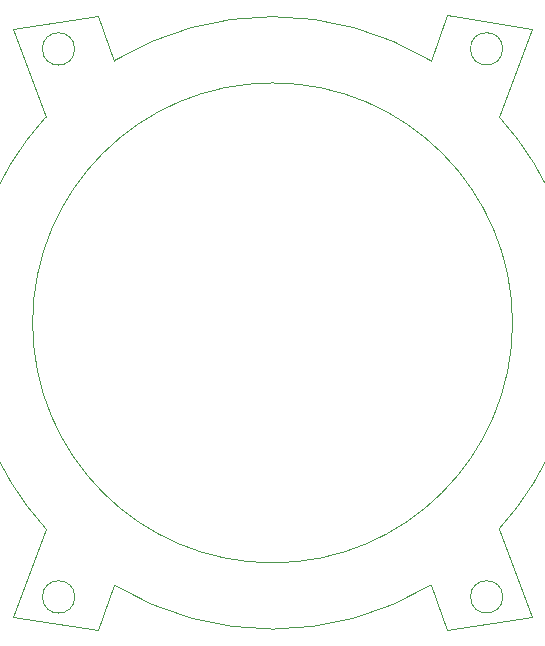
<source format=gbr>
G04 #@! TF.GenerationSoftware,KiCad,Pcbnew,5.1.4-1.fc30*
G04 #@! TF.CreationDate,2020-05-23T11:21:09+02:00*
G04 #@! TF.ProjectId,ring,72696e67-2e6b-4696-9361-645f70636258,rev?*
G04 #@! TF.SameCoordinates,Original*
G04 #@! TF.FileFunction,Profile,NP*
%FSLAX46Y46*%
G04 Gerber Fmt 4.6, Leading zero omitted, Abs format (unit mm)*
G04 Created by KiCad (PCBNEW 5.1.4-1.fc30) date 2020-05-23 11:21:09*
%MOMM*%
%LPD*%
G04 APERTURE LIST*
%ADD10C,0.050000*%
G04 APERTURE END LIST*
D10*
X147465597Y-77982628D02*
X150240447Y-85417312D01*
X154611117Y-76847168D02*
X147465597Y-77982628D01*
X147477480Y-127764540D02*
X150238001Y-120319999D01*
X154623000Y-128900000D02*
X147477480Y-127764540D01*
X191370403Y-127757372D02*
X188594843Y-120322043D01*
X184224883Y-128892832D02*
X191370403Y-127757372D01*
X184213000Y-76840000D02*
X191358520Y-77975460D01*
X182806116Y-80662833D02*
X184213000Y-76840000D01*
X152671715Y-126073337D02*
G75*
G03X152671715Y-126073337I-1367832J0D01*
G01*
X188911832Y-126066169D02*
G75*
G03X188911832Y-126066169I-1367832J0D01*
G01*
X188899949Y-79666663D02*
G75*
G03X188899949Y-79666663I-1367832J0D01*
G01*
X152659832Y-79673831D02*
G75*
G03X152659832Y-79673831I-1367832J0D01*
G01*
X150240448Y-85417313D02*
G75*
G03X150238001Y-120319999I19177552J-17452687D01*
G01*
X156018001Y-80670001D02*
X154611117Y-76847168D01*
X188594843Y-120322043D02*
G75*
G03X188594500Y-85417580I-19176843J17452043D01*
G01*
X182817999Y-125069999D02*
X184224883Y-128892832D01*
X189733378Y-102870000D02*
G75*
G03X189733378Y-102870000I-20315378J0D01*
G01*
X156029884Y-125077167D02*
X154623000Y-128900000D01*
X156029884Y-125077167D02*
G75*
G03X182817999Y-125069999I13388116J22207167D01*
G01*
X182806116Y-80662833D02*
G75*
G03X156018001Y-80670001I-13388116J-22207167D01*
G01*
X191358520Y-77975460D02*
X188594500Y-85417580D01*
M02*

</source>
